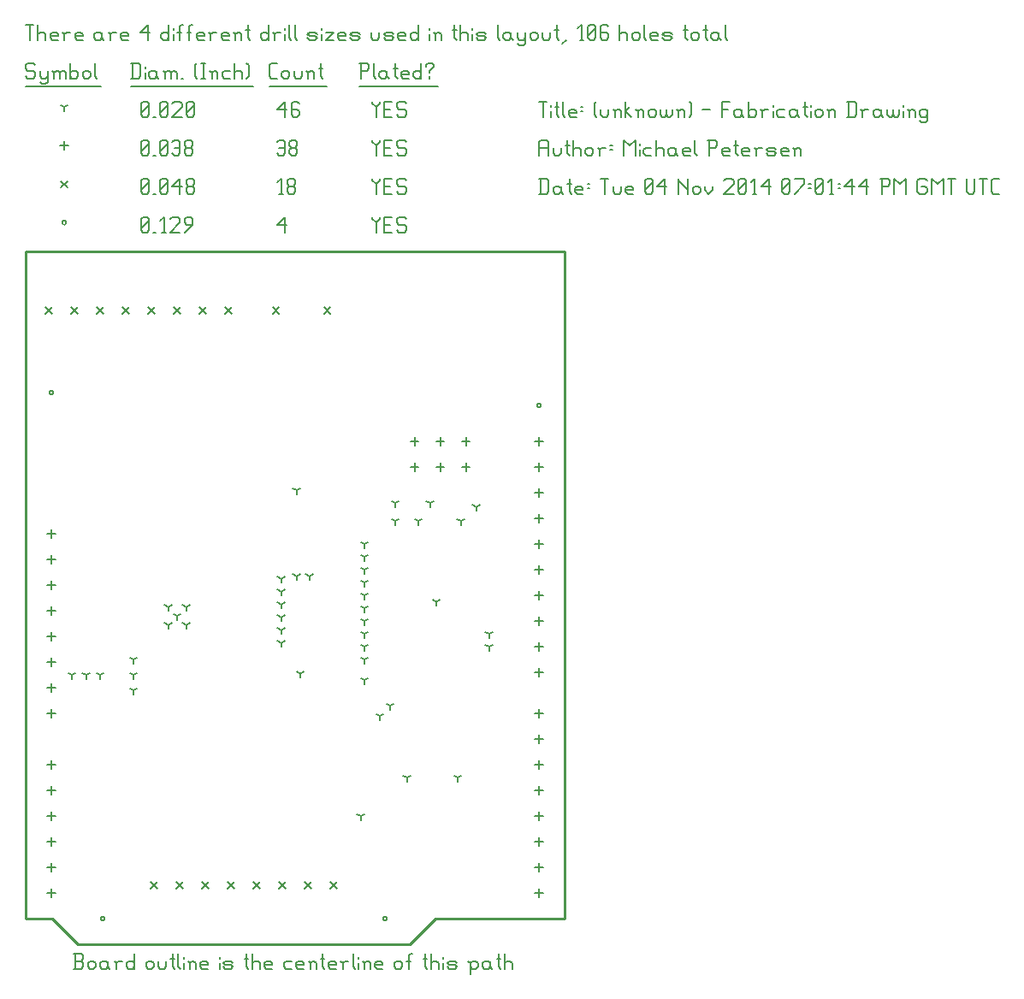
<source format=gbr>
G04 start of page 12 for group -3984 idx -3984 *
G04 Title: (unknown), fab *
G04 Creator: pcb 20110918 *
G04 CreationDate: Tue 04 Nov 2014 07:01:44 PM GMT UTC *
G04 For: railfan *
G04 Format: Gerber/RS-274X *
G04 PCB-Dimensions: 210000 270000 *
G04 PCB-Coordinate-Origin: lower left *
%MOIN*%
%FSLAX25Y25*%
%LNFAB*%
%ADD82C,0.0100*%
%ADD81C,0.0060*%
%ADD80R,0.0080X0.0080*%
G54D80*X139200Y10000D02*G75*G03X140800Y10000I800J0D01*G01*
G75*G03X139200Y10000I-800J0D01*G01*
X199200Y210000D02*G75*G03X200800Y210000I800J0D01*G01*
G75*G03X199200Y210000I-800J0D01*G01*
X9200Y215000D02*G75*G03X10800Y215000I800J0D01*G01*
G75*G03X9200Y215000I-800J0D01*G01*
X29200Y10000D02*G75*G03X30800Y10000I800J0D01*G01*
G75*G03X29200Y10000I-800J0D01*G01*
X14200Y281250D02*G75*G03X15800Y281250I800J0D01*G01*
G75*G03X14200Y281250I-800J0D01*G01*
G54D81*X135000Y283500D02*Y282750D01*
X136500Y281250D01*
X138000Y282750D01*
Y283500D02*Y282750D01*
X136500Y281250D02*Y277500D01*
X139800Y280500D02*X142050D01*
X139800Y277500D02*X142800D01*
X139800Y283500D02*Y277500D01*
Y283500D02*X142800D01*
X147600D02*X148350Y282750D01*
X145350Y283500D02*X147600D01*
X144600Y282750D02*X145350Y283500D01*
X144600Y282750D02*Y281250D01*
X145350Y280500D01*
X147600D01*
X148350Y279750D01*
Y278250D01*
X147600Y277500D02*X148350Y278250D01*
X145350Y277500D02*X147600D01*
X144600Y278250D02*X145350Y277500D01*
X98000Y280500D02*X101000Y283500D01*
X98000Y280500D02*X101750D01*
X101000Y283500D02*Y277500D01*
X45000Y278250D02*X45750Y277500D01*
X45000Y282750D02*Y278250D01*
Y282750D02*X45750Y283500D01*
X47250D01*
X48000Y282750D01*
Y278250D01*
X47250Y277500D02*X48000Y278250D01*
X45750Y277500D02*X47250D01*
X45000Y279000D02*X48000Y282000D01*
X49800Y277500D02*X50550D01*
X53100D02*X54600D01*
X53850Y283500D02*Y277500D01*
X52350Y282000D02*X53850Y283500D01*
X56400Y282750D02*X57150Y283500D01*
X59400D01*
X60150Y282750D01*
Y281250D01*
X56400Y277500D02*X60150Y281250D01*
X56400Y277500D02*X60150D01*
X61950D02*X64950Y280500D01*
Y282750D02*Y280500D01*
X64200Y283500D02*X64950Y282750D01*
X62700Y283500D02*X64200D01*
X61950Y282750D02*X62700Y283500D01*
X61950Y282750D02*Y281250D01*
X62700Y280500D01*
X64950D01*
X48800Y24200D02*X51200Y21800D01*
X48800D02*X51200Y24200D01*
X58800D02*X61200Y21800D01*
X58800D02*X61200Y24200D01*
X68800D02*X71200Y21800D01*
X68800D02*X71200Y24200D01*
X78800D02*X81200Y21800D01*
X78800D02*X81200Y24200D01*
X88800D02*X91200Y21800D01*
X88800D02*X91200Y24200D01*
X98800D02*X101200Y21800D01*
X98800D02*X101200Y24200D01*
X108800D02*X111200Y21800D01*
X108800D02*X111200Y24200D01*
X118800D02*X121200Y21800D01*
X118800D02*X121200Y24200D01*
X77800Y248200D02*X80200Y245800D01*
X77800D02*X80200Y248200D01*
X67800D02*X70200Y245800D01*
X67800D02*X70200Y248200D01*
X57800D02*X60200Y245800D01*
X57800D02*X60200Y248200D01*
X47800D02*X50200Y245800D01*
X47800D02*X50200Y248200D01*
X37800D02*X40200Y245800D01*
X37800D02*X40200Y248200D01*
X27800D02*X30200Y245800D01*
X27800D02*X30200Y248200D01*
X17800D02*X20200Y245800D01*
X17800D02*X20200Y248200D01*
X7800D02*X10200Y245800D01*
X7800D02*X10200Y248200D01*
X116300D02*X118700Y245800D01*
X116300D02*X118700Y248200D01*
X96300D02*X98700Y245800D01*
X96300D02*X98700Y248200D01*
X13800Y297450D02*X16200Y295050D01*
X13800D02*X16200Y297450D01*
X135000Y298500D02*Y297750D01*
X136500Y296250D01*
X138000Y297750D01*
Y298500D02*Y297750D01*
X136500Y296250D02*Y292500D01*
X139800Y295500D02*X142050D01*
X139800Y292500D02*X142800D01*
X139800Y298500D02*Y292500D01*
Y298500D02*X142800D01*
X147600D02*X148350Y297750D01*
X145350Y298500D02*X147600D01*
X144600Y297750D02*X145350Y298500D01*
X144600Y297750D02*Y296250D01*
X145350Y295500D01*
X147600D01*
X148350Y294750D01*
Y293250D01*
X147600Y292500D02*X148350Y293250D01*
X145350Y292500D02*X147600D01*
X144600Y293250D02*X145350Y292500D01*
X98750D02*X100250D01*
X99500Y298500D02*Y292500D01*
X98000Y297000D02*X99500Y298500D01*
X102050Y293250D02*X102800Y292500D01*
X102050Y294750D02*Y293250D01*
Y294750D02*X102800Y295500D01*
X104300D01*
X105050Y294750D01*
Y293250D01*
X104300Y292500D02*X105050Y293250D01*
X102800Y292500D02*X104300D01*
X102050Y296250D02*X102800Y295500D01*
X102050Y297750D02*Y296250D01*
Y297750D02*X102800Y298500D01*
X104300D01*
X105050Y297750D01*
Y296250D01*
X104300Y295500D02*X105050Y296250D01*
X45000Y293250D02*X45750Y292500D01*
X45000Y297750D02*Y293250D01*
Y297750D02*X45750Y298500D01*
X47250D01*
X48000Y297750D01*
Y293250D01*
X47250Y292500D02*X48000Y293250D01*
X45750Y292500D02*X47250D01*
X45000Y294000D02*X48000Y297000D01*
X49800Y292500D02*X50550D01*
X52350Y293250D02*X53100Y292500D01*
X52350Y297750D02*Y293250D01*
Y297750D02*X53100Y298500D01*
X54600D01*
X55350Y297750D01*
Y293250D01*
X54600Y292500D02*X55350Y293250D01*
X53100Y292500D02*X54600D01*
X52350Y294000D02*X55350Y297000D01*
X57150Y295500D02*X60150Y298500D01*
X57150Y295500D02*X60900D01*
X60150Y298500D02*Y292500D01*
X62700Y293250D02*X63450Y292500D01*
X62700Y294750D02*Y293250D01*
Y294750D02*X63450Y295500D01*
X64950D01*
X65700Y294750D01*
Y293250D01*
X64950Y292500D02*X65700Y293250D01*
X63450Y292500D02*X64950D01*
X62700Y296250D02*X63450Y295500D01*
X62700Y297750D02*Y296250D01*
Y297750D02*X63450Y298500D01*
X64950D01*
X65700Y297750D01*
Y296250D01*
X64950Y295500D02*X65700Y296250D01*
X10000Y161600D02*Y158400D01*
X8400Y160000D02*X11600D01*
X10000Y151600D02*Y148400D01*
X8400Y150000D02*X11600D01*
X10000Y141600D02*Y138400D01*
X8400Y140000D02*X11600D01*
X10000Y131600D02*Y128400D01*
X8400Y130000D02*X11600D01*
X10000Y121600D02*Y118400D01*
X8400Y120000D02*X11600D01*
X10000Y111600D02*Y108400D01*
X8400Y110000D02*X11600D01*
X10000Y101600D02*Y98400D01*
X8400Y100000D02*X11600D01*
X10000Y91600D02*Y88400D01*
X8400Y90000D02*X11600D01*
X10000Y71600D02*Y68400D01*
X8400Y70000D02*X11600D01*
X10000Y61600D02*Y58400D01*
X8400Y60000D02*X11600D01*
X10000Y51600D02*Y48400D01*
X8400Y50000D02*X11600D01*
X10000Y41600D02*Y38400D01*
X8400Y40000D02*X11600D01*
X10000Y31600D02*Y28400D01*
X8400Y30000D02*X11600D01*
X10000Y21600D02*Y18400D01*
X8400Y20000D02*X11600D01*
X200000Y21600D02*Y18400D01*
X198400Y20000D02*X201600D01*
X200000Y31600D02*Y28400D01*
X198400Y30000D02*X201600D01*
X200000Y41600D02*Y38400D01*
X198400Y40000D02*X201600D01*
X200000Y51600D02*Y48400D01*
X198400Y50000D02*X201600D01*
X200000Y61600D02*Y58400D01*
X198400Y60000D02*X201600D01*
X200000Y71600D02*Y68400D01*
X198400Y70000D02*X201600D01*
X200000Y81600D02*Y78400D01*
X198400Y80000D02*X201600D01*
X200000Y91600D02*Y88400D01*
X198400Y90000D02*X201600D01*
X200000Y107600D02*Y104400D01*
X198400Y106000D02*X201600D01*
X200000Y117600D02*Y114400D01*
X198400Y116000D02*X201600D01*
X200000Y127600D02*Y124400D01*
X198400Y126000D02*X201600D01*
X200000Y137600D02*Y134400D01*
X198400Y136000D02*X201600D01*
X200000Y147600D02*Y144400D01*
X198400Y146000D02*X201600D01*
X200000Y157600D02*Y154400D01*
X198400Y156000D02*X201600D01*
X200000Y167600D02*Y164400D01*
X198400Y166000D02*X201600D01*
X200000Y177600D02*Y174400D01*
X198400Y176000D02*X201600D01*
X200000Y187600D02*Y184400D01*
X198400Y186000D02*X201600D01*
X200000Y197600D02*Y194400D01*
X198400Y196000D02*X201600D01*
X151500Y187600D02*Y184400D01*
X149900Y186000D02*X153100D01*
X161500Y187600D02*Y184400D01*
X159900Y186000D02*X163100D01*
X171500Y187600D02*Y184400D01*
X169900Y186000D02*X173100D01*
X151500Y197600D02*Y194400D01*
X149900Y196000D02*X153100D01*
X161500Y197600D02*Y194400D01*
X159900Y196000D02*X163100D01*
X171500Y197600D02*Y194400D01*
X169900Y196000D02*X173100D01*
X15000Y312850D02*Y309650D01*
X13400Y311250D02*X16600D01*
X135000Y313500D02*Y312750D01*
X136500Y311250D01*
X138000Y312750D01*
Y313500D02*Y312750D01*
X136500Y311250D02*Y307500D01*
X139800Y310500D02*X142050D01*
X139800Y307500D02*X142800D01*
X139800Y313500D02*Y307500D01*
Y313500D02*X142800D01*
X147600D02*X148350Y312750D01*
X145350Y313500D02*X147600D01*
X144600Y312750D02*X145350Y313500D01*
X144600Y312750D02*Y311250D01*
X145350Y310500D01*
X147600D01*
X148350Y309750D01*
Y308250D01*
X147600Y307500D02*X148350Y308250D01*
X145350Y307500D02*X147600D01*
X144600Y308250D02*X145350Y307500D01*
X98000Y312750D02*X98750Y313500D01*
X100250D01*
X101000Y312750D01*
Y308250D01*
X100250Y307500D02*X101000Y308250D01*
X98750Y307500D02*X100250D01*
X98000Y308250D02*X98750Y307500D01*
Y310500D02*X101000D01*
X102800Y308250D02*X103550Y307500D01*
X102800Y309750D02*Y308250D01*
Y309750D02*X103550Y310500D01*
X105050D01*
X105800Y309750D01*
Y308250D01*
X105050Y307500D02*X105800Y308250D01*
X103550Y307500D02*X105050D01*
X102800Y311250D02*X103550Y310500D01*
X102800Y312750D02*Y311250D01*
Y312750D02*X103550Y313500D01*
X105050D01*
X105800Y312750D01*
Y311250D01*
X105050Y310500D02*X105800Y311250D01*
X45000Y308250D02*X45750Y307500D01*
X45000Y312750D02*Y308250D01*
Y312750D02*X45750Y313500D01*
X47250D01*
X48000Y312750D01*
Y308250D01*
X47250Y307500D02*X48000Y308250D01*
X45750Y307500D02*X47250D01*
X45000Y309000D02*X48000Y312000D01*
X49800Y307500D02*X50550D01*
X52350Y308250D02*X53100Y307500D01*
X52350Y312750D02*Y308250D01*
Y312750D02*X53100Y313500D01*
X54600D01*
X55350Y312750D01*
Y308250D01*
X54600Y307500D02*X55350Y308250D01*
X53100Y307500D02*X54600D01*
X52350Y309000D02*X55350Y312000D01*
X57150Y312750D02*X57900Y313500D01*
X59400D01*
X60150Y312750D01*
Y308250D01*
X59400Y307500D02*X60150Y308250D01*
X57900Y307500D02*X59400D01*
X57150Y308250D02*X57900Y307500D01*
Y310500D02*X60150D01*
X61950Y308250D02*X62700Y307500D01*
X61950Y309750D02*Y308250D01*
Y309750D02*X62700Y310500D01*
X64200D01*
X64950Y309750D01*
Y308250D01*
X64200Y307500D02*X64950Y308250D01*
X62700Y307500D02*X64200D01*
X61950Y311250D02*X62700Y310500D01*
X61950Y312750D02*Y311250D01*
Y312750D02*X62700Y313500D01*
X64200D01*
X64950Y312750D01*
Y311250D01*
X64200Y310500D02*X64950Y311250D01*
X169500Y165000D02*Y163400D01*
Y165000D02*X170887Y165800D01*
X169500Y165000D02*X168113Y165800D01*
X153000Y165000D02*Y163400D01*
Y165000D02*X154387Y165800D01*
X153000Y165000D02*X151613Y165800D01*
X132000Y103000D02*Y101400D01*
Y103000D02*X133387Y103800D01*
X132000Y103000D02*X130613Y103800D01*
X132000Y111000D02*Y109400D01*
Y111000D02*X133387Y111800D01*
X132000Y111000D02*X130613Y111800D01*
X132000Y116000D02*Y114400D01*
Y116000D02*X133387Y116800D01*
X132000Y116000D02*X130613Y116800D01*
X132000Y126000D02*Y124400D01*
Y126000D02*X133387Y126800D01*
X132000Y126000D02*X130613Y126800D01*
X132000Y131000D02*Y129400D01*
Y131000D02*X133387Y131800D01*
X132000Y131000D02*X130613Y131800D01*
X132000Y136000D02*Y134400D01*
Y136000D02*X133387Y136800D01*
X132000Y136000D02*X130613Y136800D01*
X132000Y141000D02*Y139400D01*
Y141000D02*X133387Y141800D01*
X132000Y141000D02*X130613Y141800D01*
X132000Y146000D02*Y144400D01*
Y146000D02*X133387Y146800D01*
X132000Y146000D02*X130613Y146800D01*
X132000Y151000D02*Y149400D01*
Y151000D02*X133387Y151800D01*
X132000Y151000D02*X130613Y151800D01*
X132000Y156000D02*Y154400D01*
Y156000D02*X133387Y156800D01*
X132000Y156000D02*X130613Y156800D01*
X105500Y143500D02*Y141900D01*
Y143500D02*X106887Y144300D01*
X105500Y143500D02*X104113Y144300D01*
X110500Y143500D02*Y141900D01*
Y143500D02*X111887Y144300D01*
X110500Y143500D02*X109113Y144300D01*
X107000Y105500D02*Y103900D01*
Y105500D02*X108387Y106300D01*
X107000Y105500D02*X105613Y106300D01*
X99500Y142500D02*Y140900D01*
Y142500D02*X100887Y143300D01*
X99500Y142500D02*X98113Y143300D01*
X99500Y137500D02*Y135900D01*
Y137500D02*X100887Y138300D01*
X99500Y137500D02*X98113Y138300D01*
X99500Y132500D02*Y130900D01*
Y132500D02*X100887Y133300D01*
X99500Y132500D02*X98113Y133300D01*
X99500Y127500D02*Y125900D01*
Y127500D02*X100887Y128300D01*
X99500Y127500D02*X98113Y128300D01*
X99500Y122500D02*Y120900D01*
Y122500D02*X100887Y123300D01*
X99500Y122500D02*X98113Y123300D01*
X99500Y117500D02*Y115900D01*
Y117500D02*X100887Y118300D01*
X99500Y117500D02*X98113Y118300D01*
X132000Y121000D02*Y119400D01*
Y121000D02*X133387Y121800D01*
X132000Y121000D02*X130613Y121800D01*
X157500Y172000D02*Y170400D01*
Y172000D02*X158887Y172800D01*
X157500Y172000D02*X156113Y172800D01*
X144000Y172000D02*Y170400D01*
Y172000D02*X145387Y172800D01*
X144000Y172000D02*X142613Y172800D01*
X144000Y165000D02*Y163400D01*
Y165000D02*X145387Y165800D01*
X144000Y165000D02*X142613Y165800D01*
X105500Y177000D02*Y175400D01*
Y177000D02*X106887Y177800D01*
X105500Y177000D02*X104113Y177800D01*
X42000Y111000D02*Y109400D01*
Y111000D02*X43387Y111800D01*
X42000Y111000D02*X40613Y111800D01*
X42000Y105000D02*Y103400D01*
Y105000D02*X43387Y105800D01*
X42000Y105000D02*X40613Y105800D01*
X42000Y99000D02*Y97400D01*
Y99000D02*X43387Y99800D01*
X42000Y99000D02*X40613Y99800D01*
X18000Y105000D02*Y103400D01*
Y105000D02*X19387Y105800D01*
X18000Y105000D02*X16613Y105800D01*
X23500Y105000D02*Y103400D01*
Y105000D02*X24887Y105800D01*
X23500Y105000D02*X22113Y105800D01*
X29000Y105000D02*Y103400D01*
Y105000D02*X30387Y105800D01*
X29000Y105000D02*X27613Y105800D01*
X62500Y124500D02*Y122900D01*
Y124500D02*X63887Y125300D01*
X62500Y124500D02*X61113Y125300D01*
X55500Y124500D02*Y122900D01*
Y124500D02*X56887Y125300D01*
X55500Y124500D02*X54113Y125300D01*
X59000Y128000D02*Y126400D01*
Y128000D02*X60387Y128800D01*
X59000Y128000D02*X57613Y128800D01*
X55500Y131500D02*Y129900D01*
Y131500D02*X56887Y132300D01*
X55500Y131500D02*X54113Y132300D01*
X62500Y131500D02*Y129900D01*
Y131500D02*X63887Y132300D01*
X62500Y131500D02*X61113Y132300D01*
X130500Y50000D02*Y48400D01*
Y50000D02*X131887Y50800D01*
X130500Y50000D02*X129113Y50800D01*
X148500Y65000D02*Y63400D01*
Y65000D02*X149887Y65800D01*
X148500Y65000D02*X147113Y65800D01*
X168414Y65000D02*Y63400D01*
Y65000D02*X169801Y65800D01*
X168414Y65000D02*X167027Y65800D01*
X138000Y89000D02*Y87400D01*
Y89000D02*X139387Y89800D01*
X138000Y89000D02*X136613Y89800D01*
X142000Y93000D02*Y91400D01*
Y93000D02*X143387Y93800D01*
X142000Y93000D02*X140613Y93800D01*
X160000Y133500D02*Y131900D01*
Y133500D02*X161387Y134300D01*
X160000Y133500D02*X158613Y134300D01*
X175500Y170500D02*Y168900D01*
Y170500D02*X176887Y171300D01*
X175500Y170500D02*X174113Y171300D01*
X180500Y116000D02*Y114400D01*
Y116000D02*X181887Y116800D01*
X180500Y116000D02*X179113Y116800D01*
X180500Y121000D02*Y119400D01*
Y121000D02*X181887Y121800D01*
X180500Y121000D02*X179113Y121800D01*
X15000Y326250D02*Y324650D01*
Y326250D02*X16387Y327050D01*
X15000Y326250D02*X13613Y327050D01*
X135000Y328500D02*Y327750D01*
X136500Y326250D01*
X138000Y327750D01*
Y328500D02*Y327750D01*
X136500Y326250D02*Y322500D01*
X139800Y325500D02*X142050D01*
X139800Y322500D02*X142800D01*
X139800Y328500D02*Y322500D01*
Y328500D02*X142800D01*
X147600D02*X148350Y327750D01*
X145350Y328500D02*X147600D01*
X144600Y327750D02*X145350Y328500D01*
X144600Y327750D02*Y326250D01*
X145350Y325500D01*
X147600D01*
X148350Y324750D01*
Y323250D01*
X147600Y322500D02*X148350Y323250D01*
X145350Y322500D02*X147600D01*
X144600Y323250D02*X145350Y322500D01*
X98000Y325500D02*X101000Y328500D01*
X98000Y325500D02*X101750D01*
X101000Y328500D02*Y322500D01*
X105800Y328500D02*X106550Y327750D01*
X104300Y328500D02*X105800D01*
X103550Y327750D02*X104300Y328500D01*
X103550Y327750D02*Y323250D01*
X104300Y322500D01*
X105800Y325500D02*X106550Y324750D01*
X103550Y325500D02*X105800D01*
X104300Y322500D02*X105800D01*
X106550Y323250D01*
Y324750D02*Y323250D01*
X45000D02*X45750Y322500D01*
X45000Y327750D02*Y323250D01*
Y327750D02*X45750Y328500D01*
X47250D01*
X48000Y327750D01*
Y323250D01*
X47250Y322500D02*X48000Y323250D01*
X45750Y322500D02*X47250D01*
X45000Y324000D02*X48000Y327000D01*
X49800Y322500D02*X50550D01*
X52350Y323250D02*X53100Y322500D01*
X52350Y327750D02*Y323250D01*
Y327750D02*X53100Y328500D01*
X54600D01*
X55350Y327750D01*
Y323250D01*
X54600Y322500D02*X55350Y323250D01*
X53100Y322500D02*X54600D01*
X52350Y324000D02*X55350Y327000D01*
X57150Y327750D02*X57900Y328500D01*
X60150D01*
X60900Y327750D01*
Y326250D01*
X57150Y322500D02*X60900Y326250D01*
X57150Y322500D02*X60900D01*
X62700Y323250D02*X63450Y322500D01*
X62700Y327750D02*Y323250D01*
Y327750D02*X63450Y328500D01*
X64950D01*
X65700Y327750D01*
Y323250D01*
X64950Y322500D02*X65700Y323250D01*
X63450Y322500D02*X64950D01*
X62700Y324000D02*X65700Y327000D01*
X3000Y343500D02*X3750Y342750D01*
X750Y343500D02*X3000D01*
X0Y342750D02*X750Y343500D01*
X0Y342750D02*Y341250D01*
X750Y340500D01*
X3000D01*
X3750Y339750D01*
Y338250D01*
X3000Y337500D02*X3750Y338250D01*
X750Y337500D02*X3000D01*
X0Y338250D02*X750Y337500D01*
X5550Y340500D02*Y338250D01*
X6300Y337500D01*
X8550Y340500D02*Y336000D01*
X7800Y335250D02*X8550Y336000D01*
X6300Y335250D02*X7800D01*
X5550Y336000D02*X6300Y335250D01*
Y337500D02*X7800D01*
X8550Y338250D01*
X11100Y339750D02*Y337500D01*
Y339750D02*X11850Y340500D01*
X12600D01*
X13350Y339750D01*
Y337500D01*
Y339750D02*X14100Y340500D01*
X14850D01*
X15600Y339750D01*
Y337500D01*
X10350Y340500D02*X11100Y339750D01*
X17400Y343500D02*Y337500D01*
Y338250D02*X18150Y337500D01*
X19650D01*
X20400Y338250D01*
Y339750D02*Y338250D01*
X19650Y340500D02*X20400Y339750D01*
X18150Y340500D02*X19650D01*
X17400Y339750D02*X18150Y340500D01*
X22200Y339750D02*Y338250D01*
Y339750D02*X22950Y340500D01*
X24450D01*
X25200Y339750D01*
Y338250D01*
X24450Y337500D02*X25200Y338250D01*
X22950Y337500D02*X24450D01*
X22200Y338250D02*X22950Y337500D01*
X27000Y343500D02*Y338250D01*
X27750Y337500D01*
X0Y334250D02*X29250D01*
X41750Y343500D02*Y337500D01*
X44000Y343500D02*X44750Y342750D01*
Y338250D01*
X44000Y337500D02*X44750Y338250D01*
X41000Y337500D02*X44000D01*
X41000Y343500D02*X44000D01*
X46550Y342000D02*Y341250D01*
Y339750D02*Y337500D01*
X50300Y340500D02*X51050Y339750D01*
X48800Y340500D02*X50300D01*
X48050Y339750D02*X48800Y340500D01*
X48050Y339750D02*Y338250D01*
X48800Y337500D01*
X51050Y340500D02*Y338250D01*
X51800Y337500D01*
X48800D02*X50300D01*
X51050Y338250D01*
X54350Y339750D02*Y337500D01*
Y339750D02*X55100Y340500D01*
X55850D01*
X56600Y339750D01*
Y337500D01*
Y339750D02*X57350Y340500D01*
X58100D01*
X58850Y339750D01*
Y337500D01*
X53600Y340500D02*X54350Y339750D01*
X60650Y337500D02*X61400D01*
X65900Y338250D02*X66650Y337500D01*
X65900Y342750D02*X66650Y343500D01*
X65900Y342750D02*Y338250D01*
X68450Y343500D02*X69950D01*
X69200D02*Y337500D01*
X68450D02*X69950D01*
X72500Y339750D02*Y337500D01*
Y339750D02*X73250Y340500D01*
X74000D01*
X74750Y339750D01*
Y337500D01*
X71750Y340500D02*X72500Y339750D01*
X77300Y340500D02*X79550D01*
X76550Y339750D02*X77300Y340500D01*
X76550Y339750D02*Y338250D01*
X77300Y337500D01*
X79550D01*
X81350Y343500D02*Y337500D01*
Y339750D02*X82100Y340500D01*
X83600D01*
X84350Y339750D01*
Y337500D01*
X86150Y343500D02*X86900Y342750D01*
Y338250D01*
X86150Y337500D02*X86900Y338250D01*
X41000Y334250D02*X88700D01*
X95750Y337500D02*X98000D01*
X95000Y338250D02*X95750Y337500D01*
X95000Y342750D02*Y338250D01*
Y342750D02*X95750Y343500D01*
X98000D01*
X99800Y339750D02*Y338250D01*
Y339750D02*X100550Y340500D01*
X102050D01*
X102800Y339750D01*
Y338250D01*
X102050Y337500D02*X102800Y338250D01*
X100550Y337500D02*X102050D01*
X99800Y338250D02*X100550Y337500D01*
X104600Y340500D02*Y338250D01*
X105350Y337500D01*
X106850D01*
X107600Y338250D01*
Y340500D02*Y338250D01*
X110150Y339750D02*Y337500D01*
Y339750D02*X110900Y340500D01*
X111650D01*
X112400Y339750D01*
Y337500D01*
X109400Y340500D02*X110150Y339750D01*
X114950Y343500D02*Y338250D01*
X115700Y337500D01*
X114200Y341250D02*X115700D01*
X95000Y334250D02*X117200D01*
X130750Y343500D02*Y337500D01*
X130000Y343500D02*X133000D01*
X133750Y342750D01*
Y341250D01*
X133000Y340500D02*X133750Y341250D01*
X130750Y340500D02*X133000D01*
X135550Y343500D02*Y338250D01*
X136300Y337500D01*
X140050Y340500D02*X140800Y339750D01*
X138550Y340500D02*X140050D01*
X137800Y339750D02*X138550Y340500D01*
X137800Y339750D02*Y338250D01*
X138550Y337500D01*
X140800Y340500D02*Y338250D01*
X141550Y337500D01*
X138550D02*X140050D01*
X140800Y338250D01*
X144100Y343500D02*Y338250D01*
X144850Y337500D01*
X143350Y341250D02*X144850D01*
X147100Y337500D02*X149350D01*
X146350Y338250D02*X147100Y337500D01*
X146350Y339750D02*Y338250D01*
Y339750D02*X147100Y340500D01*
X148600D01*
X149350Y339750D01*
X146350Y339000D02*X149350D01*
Y339750D02*Y339000D01*
X154150Y343500D02*Y337500D01*
X153400D02*X154150Y338250D01*
X151900Y337500D02*X153400D01*
X151150Y338250D02*X151900Y337500D01*
X151150Y339750D02*Y338250D01*
Y339750D02*X151900Y340500D01*
X153400D01*
X154150Y339750D01*
X157450Y340500D02*Y339750D01*
Y338250D02*Y337500D01*
X155950Y342750D02*Y342000D01*
Y342750D02*X156700Y343500D01*
X158200D01*
X158950Y342750D01*
Y342000D01*
X157450Y340500D02*X158950Y342000D01*
X130000Y334250D02*X160750D01*
X0Y358500D02*X3000D01*
X1500D02*Y352500D01*
X4800Y358500D02*Y352500D01*
Y354750D02*X5550Y355500D01*
X7050D01*
X7800Y354750D01*
Y352500D01*
X10350D02*X12600D01*
X9600Y353250D02*X10350Y352500D01*
X9600Y354750D02*Y353250D01*
Y354750D02*X10350Y355500D01*
X11850D01*
X12600Y354750D01*
X9600Y354000D02*X12600D01*
Y354750D02*Y354000D01*
X15150Y354750D02*Y352500D01*
Y354750D02*X15900Y355500D01*
X17400D01*
X14400D02*X15150Y354750D01*
X19950Y352500D02*X22200D01*
X19200Y353250D02*X19950Y352500D01*
X19200Y354750D02*Y353250D01*
Y354750D02*X19950Y355500D01*
X21450D01*
X22200Y354750D01*
X19200Y354000D02*X22200D01*
Y354750D02*Y354000D01*
X28950Y355500D02*X29700Y354750D01*
X27450Y355500D02*X28950D01*
X26700Y354750D02*X27450Y355500D01*
X26700Y354750D02*Y353250D01*
X27450Y352500D01*
X29700Y355500D02*Y353250D01*
X30450Y352500D01*
X27450D02*X28950D01*
X29700Y353250D01*
X33000Y354750D02*Y352500D01*
Y354750D02*X33750Y355500D01*
X35250D01*
X32250D02*X33000Y354750D01*
X37800Y352500D02*X40050D01*
X37050Y353250D02*X37800Y352500D01*
X37050Y354750D02*Y353250D01*
Y354750D02*X37800Y355500D01*
X39300D01*
X40050Y354750D01*
X37050Y354000D02*X40050D01*
Y354750D02*Y354000D01*
X44550Y355500D02*X47550Y358500D01*
X44550Y355500D02*X48300D01*
X47550Y358500D02*Y352500D01*
X55800Y358500D02*Y352500D01*
X55050D02*X55800Y353250D01*
X53550Y352500D02*X55050D01*
X52800Y353250D02*X53550Y352500D01*
X52800Y354750D02*Y353250D01*
Y354750D02*X53550Y355500D01*
X55050D01*
X55800Y354750D01*
X57600Y357000D02*Y356250D01*
Y354750D02*Y352500D01*
X59850Y357750D02*Y352500D01*
Y357750D02*X60600Y358500D01*
X61350D01*
X59100Y355500D02*X60600D01*
X63600Y357750D02*Y352500D01*
Y357750D02*X64350Y358500D01*
X65100D01*
X62850Y355500D02*X64350D01*
X67350Y352500D02*X69600D01*
X66600Y353250D02*X67350Y352500D01*
X66600Y354750D02*Y353250D01*
Y354750D02*X67350Y355500D01*
X68850D01*
X69600Y354750D01*
X66600Y354000D02*X69600D01*
Y354750D02*Y354000D01*
X72150Y354750D02*Y352500D01*
Y354750D02*X72900Y355500D01*
X74400D01*
X71400D02*X72150Y354750D01*
X76950Y352500D02*X79200D01*
X76200Y353250D02*X76950Y352500D01*
X76200Y354750D02*Y353250D01*
Y354750D02*X76950Y355500D01*
X78450D01*
X79200Y354750D01*
X76200Y354000D02*X79200D01*
Y354750D02*Y354000D01*
X81750Y354750D02*Y352500D01*
Y354750D02*X82500Y355500D01*
X83250D01*
X84000Y354750D01*
Y352500D01*
X81000Y355500D02*X81750Y354750D01*
X86550Y358500D02*Y353250D01*
X87300Y352500D01*
X85800Y356250D02*X87300D01*
X94500Y358500D02*Y352500D01*
X93750D02*X94500Y353250D01*
X92250Y352500D02*X93750D01*
X91500Y353250D02*X92250Y352500D01*
X91500Y354750D02*Y353250D01*
Y354750D02*X92250Y355500D01*
X93750D01*
X94500Y354750D01*
X97050D02*Y352500D01*
Y354750D02*X97800Y355500D01*
X99300D01*
X96300D02*X97050Y354750D01*
X101100Y357000D02*Y356250D01*
Y354750D02*Y352500D01*
X102600Y358500D02*Y353250D01*
X103350Y352500D01*
X104850Y358500D02*Y353250D01*
X105600Y352500D01*
X110550D02*X112800D01*
X113550Y353250D01*
X112800Y354000D02*X113550Y353250D01*
X110550Y354000D02*X112800D01*
X109800Y354750D02*X110550Y354000D01*
X109800Y354750D02*X110550Y355500D01*
X112800D01*
X113550Y354750D01*
X109800Y353250D02*X110550Y352500D01*
X115350Y357000D02*Y356250D01*
Y354750D02*Y352500D01*
X116850Y355500D02*X119850D01*
X116850Y352500D02*X119850Y355500D01*
X116850Y352500D02*X119850D01*
X122400D02*X124650D01*
X121650Y353250D02*X122400Y352500D01*
X121650Y354750D02*Y353250D01*
Y354750D02*X122400Y355500D01*
X123900D01*
X124650Y354750D01*
X121650Y354000D02*X124650D01*
Y354750D02*Y354000D01*
X127200Y352500D02*X129450D01*
X130200Y353250D01*
X129450Y354000D02*X130200Y353250D01*
X127200Y354000D02*X129450D01*
X126450Y354750D02*X127200Y354000D01*
X126450Y354750D02*X127200Y355500D01*
X129450D01*
X130200Y354750D01*
X126450Y353250D02*X127200Y352500D01*
X134700Y355500D02*Y353250D01*
X135450Y352500D01*
X136950D01*
X137700Y353250D01*
Y355500D02*Y353250D01*
X140250Y352500D02*X142500D01*
X143250Y353250D01*
X142500Y354000D02*X143250Y353250D01*
X140250Y354000D02*X142500D01*
X139500Y354750D02*X140250Y354000D01*
X139500Y354750D02*X140250Y355500D01*
X142500D01*
X143250Y354750D01*
X139500Y353250D02*X140250Y352500D01*
X145800D02*X148050D01*
X145050Y353250D02*X145800Y352500D01*
X145050Y354750D02*Y353250D01*
Y354750D02*X145800Y355500D01*
X147300D01*
X148050Y354750D01*
X145050Y354000D02*X148050D01*
Y354750D02*Y354000D01*
X152850Y358500D02*Y352500D01*
X152100D02*X152850Y353250D01*
X150600Y352500D02*X152100D01*
X149850Y353250D02*X150600Y352500D01*
X149850Y354750D02*Y353250D01*
Y354750D02*X150600Y355500D01*
X152100D01*
X152850Y354750D01*
X157350Y357000D02*Y356250D01*
Y354750D02*Y352500D01*
X159600Y354750D02*Y352500D01*
Y354750D02*X160350Y355500D01*
X161100D01*
X161850Y354750D01*
Y352500D01*
X158850Y355500D02*X159600Y354750D01*
X167100Y358500D02*Y353250D01*
X167850Y352500D01*
X166350Y356250D02*X167850D01*
X169350Y358500D02*Y352500D01*
Y354750D02*X170100Y355500D01*
X171600D01*
X172350Y354750D01*
Y352500D01*
X174150Y357000D02*Y356250D01*
Y354750D02*Y352500D01*
X176400D02*X178650D01*
X179400Y353250D01*
X178650Y354000D02*X179400Y353250D01*
X176400Y354000D02*X178650D01*
X175650Y354750D02*X176400Y354000D01*
X175650Y354750D02*X176400Y355500D01*
X178650D01*
X179400Y354750D01*
X175650Y353250D02*X176400Y352500D01*
X183900Y358500D02*Y353250D01*
X184650Y352500D01*
X188400Y355500D02*X189150Y354750D01*
X186900Y355500D02*X188400D01*
X186150Y354750D02*X186900Y355500D01*
X186150Y354750D02*Y353250D01*
X186900Y352500D01*
X189150Y355500D02*Y353250D01*
X189900Y352500D01*
X186900D02*X188400D01*
X189150Y353250D01*
X191700Y355500D02*Y353250D01*
X192450Y352500D01*
X194700Y355500D02*Y351000D01*
X193950Y350250D02*X194700Y351000D01*
X192450Y350250D02*X193950D01*
X191700Y351000D02*X192450Y350250D01*
Y352500D02*X193950D01*
X194700Y353250D01*
X196500Y354750D02*Y353250D01*
Y354750D02*X197250Y355500D01*
X198750D01*
X199500Y354750D01*
Y353250D01*
X198750Y352500D02*X199500Y353250D01*
X197250Y352500D02*X198750D01*
X196500Y353250D02*X197250Y352500D01*
X201300Y355500D02*Y353250D01*
X202050Y352500D01*
X203550D01*
X204300Y353250D01*
Y355500D02*Y353250D01*
X206850Y358500D02*Y353250D01*
X207600Y352500D01*
X206100Y356250D02*X207600D01*
X209100Y351000D02*X210600Y352500D01*
X215850D02*X217350D01*
X216600Y358500D02*Y352500D01*
X215100Y357000D02*X216600Y358500D01*
X219150Y353250D02*X219900Y352500D01*
X219150Y357750D02*Y353250D01*
Y357750D02*X219900Y358500D01*
X221400D01*
X222150Y357750D01*
Y353250D01*
X221400Y352500D02*X222150Y353250D01*
X219900Y352500D02*X221400D01*
X219150Y354000D02*X222150Y357000D01*
X226200Y358500D02*X226950Y357750D01*
X224700Y358500D02*X226200D01*
X223950Y357750D02*X224700Y358500D01*
X223950Y357750D02*Y353250D01*
X224700Y352500D01*
X226200Y355500D02*X226950Y354750D01*
X223950Y355500D02*X226200D01*
X224700Y352500D02*X226200D01*
X226950Y353250D01*
Y354750D02*Y353250D01*
X231450Y358500D02*Y352500D01*
Y354750D02*X232200Y355500D01*
X233700D01*
X234450Y354750D01*
Y352500D01*
X236250Y354750D02*Y353250D01*
Y354750D02*X237000Y355500D01*
X238500D01*
X239250Y354750D01*
Y353250D01*
X238500Y352500D02*X239250Y353250D01*
X237000Y352500D02*X238500D01*
X236250Y353250D02*X237000Y352500D01*
X241050Y358500D02*Y353250D01*
X241800Y352500D01*
X244050D02*X246300D01*
X243300Y353250D02*X244050Y352500D01*
X243300Y354750D02*Y353250D01*
Y354750D02*X244050Y355500D01*
X245550D01*
X246300Y354750D01*
X243300Y354000D02*X246300D01*
Y354750D02*Y354000D01*
X248850Y352500D02*X251100D01*
X251850Y353250D01*
X251100Y354000D02*X251850Y353250D01*
X248850Y354000D02*X251100D01*
X248100Y354750D02*X248850Y354000D01*
X248100Y354750D02*X248850Y355500D01*
X251100D01*
X251850Y354750D01*
X248100Y353250D02*X248850Y352500D01*
X257100Y358500D02*Y353250D01*
X257850Y352500D01*
X256350Y356250D02*X257850D01*
X259350Y354750D02*Y353250D01*
Y354750D02*X260100Y355500D01*
X261600D01*
X262350Y354750D01*
Y353250D01*
X261600Y352500D02*X262350Y353250D01*
X260100Y352500D02*X261600D01*
X259350Y353250D02*X260100Y352500D01*
X264900Y358500D02*Y353250D01*
X265650Y352500D01*
X264150Y356250D02*X265650D01*
X269400Y355500D02*X270150Y354750D01*
X267900Y355500D02*X269400D01*
X267150Y354750D02*X267900Y355500D01*
X267150Y354750D02*Y353250D01*
X267900Y352500D01*
X270150Y355500D02*Y353250D01*
X270900Y352500D01*
X267900D02*X269400D01*
X270150Y353250D01*
X272700Y358500D02*Y353250D01*
X273450Y352500D01*
G54D82*X0Y270000D02*Y10000D01*
X210000D02*Y270000D01*
X0D01*
Y10000D02*X10300D01*
X20300Y0D01*
X149700D01*
X159700Y10000D01*
X210000D01*
G54D81*X18675Y-9500D02*X21675D01*
X22425Y-8750D01*
Y-7250D02*Y-8750D01*
X21675Y-6500D02*X22425Y-7250D01*
X19425Y-6500D02*X21675D01*
X19425Y-3500D02*Y-9500D01*
X18675Y-3500D02*X21675D01*
X22425Y-4250D01*
Y-5750D01*
X21675Y-6500D02*X22425Y-5750D01*
X24225Y-7250D02*Y-8750D01*
Y-7250D02*X24975Y-6500D01*
X26475D01*
X27225Y-7250D01*
Y-8750D01*
X26475Y-9500D02*X27225Y-8750D01*
X24975Y-9500D02*X26475D01*
X24225Y-8750D02*X24975Y-9500D01*
X31275Y-6500D02*X32025Y-7250D01*
X29775Y-6500D02*X31275D01*
X29025Y-7250D02*X29775Y-6500D01*
X29025Y-7250D02*Y-8750D01*
X29775Y-9500D01*
X32025Y-6500D02*Y-8750D01*
X32775Y-9500D01*
X29775D02*X31275D01*
X32025Y-8750D01*
X35325Y-7250D02*Y-9500D01*
Y-7250D02*X36075Y-6500D01*
X37575D01*
X34575D02*X35325Y-7250D01*
X42375Y-3500D02*Y-9500D01*
X41625D02*X42375Y-8750D01*
X40125Y-9500D02*X41625D01*
X39375Y-8750D02*X40125Y-9500D01*
X39375Y-7250D02*Y-8750D01*
Y-7250D02*X40125Y-6500D01*
X41625D01*
X42375Y-7250D01*
X46875D02*Y-8750D01*
Y-7250D02*X47625Y-6500D01*
X49125D01*
X49875Y-7250D01*
Y-8750D01*
X49125Y-9500D02*X49875Y-8750D01*
X47625Y-9500D02*X49125D01*
X46875Y-8750D02*X47625Y-9500D01*
X51675Y-6500D02*Y-8750D01*
X52425Y-9500D01*
X53925D01*
X54675Y-8750D01*
Y-6500D02*Y-8750D01*
X57225Y-3500D02*Y-8750D01*
X57975Y-9500D01*
X56475Y-5750D02*X57975D01*
X59475Y-3500D02*Y-8750D01*
X60225Y-9500D01*
X61725Y-5000D02*Y-5750D01*
Y-7250D02*Y-9500D01*
X63975Y-7250D02*Y-9500D01*
Y-7250D02*X64725Y-6500D01*
X65475D01*
X66225Y-7250D01*
Y-9500D01*
X63225Y-6500D02*X63975Y-7250D01*
X68775Y-9500D02*X71025D01*
X68025Y-8750D02*X68775Y-9500D01*
X68025Y-7250D02*Y-8750D01*
Y-7250D02*X68775Y-6500D01*
X70275D01*
X71025Y-7250D01*
X68025Y-8000D02*X71025D01*
Y-7250D02*Y-8000D01*
X75525Y-5000D02*Y-5750D01*
Y-7250D02*Y-9500D01*
X77775D02*X80025D01*
X80775Y-8750D01*
X80025Y-8000D02*X80775Y-8750D01*
X77775Y-8000D02*X80025D01*
X77025Y-7250D02*X77775Y-8000D01*
X77025Y-7250D02*X77775Y-6500D01*
X80025D01*
X80775Y-7250D01*
X77025Y-8750D02*X77775Y-9500D01*
X86025Y-3500D02*Y-8750D01*
X86775Y-9500D01*
X85275Y-5750D02*X86775D01*
X88275Y-3500D02*Y-9500D01*
Y-7250D02*X89025Y-6500D01*
X90525D01*
X91275Y-7250D01*
Y-9500D01*
X93825D02*X96075D01*
X93075Y-8750D02*X93825Y-9500D01*
X93075Y-7250D02*Y-8750D01*
Y-7250D02*X93825Y-6500D01*
X95325D01*
X96075Y-7250D01*
X93075Y-8000D02*X96075D01*
Y-7250D02*Y-8000D01*
X101325Y-6500D02*X103575D01*
X100575Y-7250D02*X101325Y-6500D01*
X100575Y-7250D02*Y-8750D01*
X101325Y-9500D01*
X103575D01*
X106125D02*X108375D01*
X105375Y-8750D02*X106125Y-9500D01*
X105375Y-7250D02*Y-8750D01*
Y-7250D02*X106125Y-6500D01*
X107625D01*
X108375Y-7250D01*
X105375Y-8000D02*X108375D01*
Y-7250D02*Y-8000D01*
X110925Y-7250D02*Y-9500D01*
Y-7250D02*X111675Y-6500D01*
X112425D01*
X113175Y-7250D01*
Y-9500D01*
X110175Y-6500D02*X110925Y-7250D01*
X115725Y-3500D02*Y-8750D01*
X116475Y-9500D01*
X114975Y-5750D02*X116475D01*
X118725Y-9500D02*X120975D01*
X117975Y-8750D02*X118725Y-9500D01*
X117975Y-7250D02*Y-8750D01*
Y-7250D02*X118725Y-6500D01*
X120225D01*
X120975Y-7250D01*
X117975Y-8000D02*X120975D01*
Y-7250D02*Y-8000D01*
X123525Y-7250D02*Y-9500D01*
Y-7250D02*X124275Y-6500D01*
X125775D01*
X122775D02*X123525Y-7250D01*
X127575Y-3500D02*Y-8750D01*
X128325Y-9500D01*
X129825Y-5000D02*Y-5750D01*
Y-7250D02*Y-9500D01*
X132075Y-7250D02*Y-9500D01*
Y-7250D02*X132825Y-6500D01*
X133575D01*
X134325Y-7250D01*
Y-9500D01*
X131325Y-6500D02*X132075Y-7250D01*
X136875Y-9500D02*X139125D01*
X136125Y-8750D02*X136875Y-9500D01*
X136125Y-7250D02*Y-8750D01*
Y-7250D02*X136875Y-6500D01*
X138375D01*
X139125Y-7250D01*
X136125Y-8000D02*X139125D01*
Y-7250D02*Y-8000D01*
X143625Y-7250D02*Y-8750D01*
Y-7250D02*X144375Y-6500D01*
X145875D01*
X146625Y-7250D01*
Y-8750D01*
X145875Y-9500D02*X146625Y-8750D01*
X144375Y-9500D02*X145875D01*
X143625Y-8750D02*X144375Y-9500D01*
X149175Y-4250D02*Y-9500D01*
Y-4250D02*X149925Y-3500D01*
X150675D01*
X148425Y-6500D02*X149925D01*
X155625Y-3500D02*Y-8750D01*
X156375Y-9500D01*
X154875Y-5750D02*X156375D01*
X157875Y-3500D02*Y-9500D01*
Y-7250D02*X158625Y-6500D01*
X160125D01*
X160875Y-7250D01*
Y-9500D01*
X162675Y-5000D02*Y-5750D01*
Y-7250D02*Y-9500D01*
X164925D02*X167175D01*
X167925Y-8750D01*
X167175Y-8000D02*X167925Y-8750D01*
X164925Y-8000D02*X167175D01*
X164175Y-7250D02*X164925Y-8000D01*
X164175Y-7250D02*X164925Y-6500D01*
X167175D01*
X167925Y-7250D01*
X164175Y-8750D02*X164925Y-9500D01*
X173175Y-7250D02*Y-11750D01*
X172425Y-6500D02*X173175Y-7250D01*
X173925Y-6500D01*
X175425D01*
X176175Y-7250D01*
Y-8750D01*
X175425Y-9500D02*X176175Y-8750D01*
X173925Y-9500D02*X175425D01*
X173175Y-8750D02*X173925Y-9500D01*
X180225Y-6500D02*X180975Y-7250D01*
X178725Y-6500D02*X180225D01*
X177975Y-7250D02*X178725Y-6500D01*
X177975Y-7250D02*Y-8750D01*
X178725Y-9500D01*
X180975Y-6500D02*Y-8750D01*
X181725Y-9500D01*
X178725D02*X180225D01*
X180975Y-8750D01*
X184275Y-3500D02*Y-8750D01*
X185025Y-9500D01*
X183525Y-5750D02*X185025D01*
X186525Y-3500D02*Y-9500D01*
Y-7250D02*X187275Y-6500D01*
X188775D01*
X189525Y-7250D01*
Y-9500D01*
X200750Y298500D02*Y292500D01*
X203000Y298500D02*X203750Y297750D01*
Y293250D01*
X203000Y292500D02*X203750Y293250D01*
X200000Y292500D02*X203000D01*
X200000Y298500D02*X203000D01*
X207800Y295500D02*X208550Y294750D01*
X206300Y295500D02*X207800D01*
X205550Y294750D02*X206300Y295500D01*
X205550Y294750D02*Y293250D01*
X206300Y292500D01*
X208550Y295500D02*Y293250D01*
X209300Y292500D01*
X206300D02*X207800D01*
X208550Y293250D01*
X211850Y298500D02*Y293250D01*
X212600Y292500D01*
X211100Y296250D02*X212600D01*
X214850Y292500D02*X217100D01*
X214100Y293250D02*X214850Y292500D01*
X214100Y294750D02*Y293250D01*
Y294750D02*X214850Y295500D01*
X216350D01*
X217100Y294750D01*
X214100Y294000D02*X217100D01*
Y294750D02*Y294000D01*
X218900Y296250D02*X219650D01*
X218900Y294750D02*X219650D01*
X224150Y298500D02*X227150D01*
X225650D02*Y292500D01*
X228950Y295500D02*Y293250D01*
X229700Y292500D01*
X231200D01*
X231950Y293250D01*
Y295500D02*Y293250D01*
X234500Y292500D02*X236750D01*
X233750Y293250D02*X234500Y292500D01*
X233750Y294750D02*Y293250D01*
Y294750D02*X234500Y295500D01*
X236000D01*
X236750Y294750D01*
X233750Y294000D02*X236750D01*
Y294750D02*Y294000D01*
X241250Y293250D02*X242000Y292500D01*
X241250Y297750D02*Y293250D01*
Y297750D02*X242000Y298500D01*
X243500D01*
X244250Y297750D01*
Y293250D01*
X243500Y292500D02*X244250Y293250D01*
X242000Y292500D02*X243500D01*
X241250Y294000D02*X244250Y297000D01*
X246050Y295500D02*X249050Y298500D01*
X246050Y295500D02*X249800D01*
X249050Y298500D02*Y292500D01*
X254300Y298500D02*Y292500D01*
Y298500D02*Y297750D01*
X258050Y294000D01*
Y298500D02*Y292500D01*
X259850Y294750D02*Y293250D01*
Y294750D02*X260600Y295500D01*
X262100D01*
X262850Y294750D01*
Y293250D01*
X262100Y292500D02*X262850Y293250D01*
X260600Y292500D02*X262100D01*
X259850Y293250D02*X260600Y292500D01*
X264650Y295500D02*Y294000D01*
X266150Y292500D01*
X267650Y294000D01*
Y295500D02*Y294000D01*
X272150Y297750D02*X272900Y298500D01*
X275150D01*
X275900Y297750D01*
Y296250D01*
X272150Y292500D02*X275900Y296250D01*
X272150Y292500D02*X275900D01*
X277700Y293250D02*X278450Y292500D01*
X277700Y297750D02*Y293250D01*
Y297750D02*X278450Y298500D01*
X279950D01*
X280700Y297750D01*
Y293250D01*
X279950Y292500D02*X280700Y293250D01*
X278450Y292500D02*X279950D01*
X277700Y294000D02*X280700Y297000D01*
X283250Y292500D02*X284750D01*
X284000Y298500D02*Y292500D01*
X282500Y297000D02*X284000Y298500D01*
X286550Y295500D02*X289550Y298500D01*
X286550Y295500D02*X290300D01*
X289550Y298500D02*Y292500D01*
X294800Y293250D02*X295550Y292500D01*
X294800Y297750D02*Y293250D01*
Y297750D02*X295550Y298500D01*
X297050D01*
X297800Y297750D01*
Y293250D01*
X297050Y292500D02*X297800Y293250D01*
X295550Y292500D02*X297050D01*
X294800Y294000D02*X297800Y297000D01*
X299600Y292500D02*X303350Y296250D01*
Y298500D02*Y296250D01*
X299600Y298500D02*X303350D01*
X305150Y296250D02*X305900D01*
X305150Y294750D02*X305900D01*
X307700Y293250D02*X308450Y292500D01*
X307700Y297750D02*Y293250D01*
Y297750D02*X308450Y298500D01*
X309950D01*
X310700Y297750D01*
Y293250D01*
X309950Y292500D02*X310700Y293250D01*
X308450Y292500D02*X309950D01*
X307700Y294000D02*X310700Y297000D01*
X313250Y292500D02*X314750D01*
X314000Y298500D02*Y292500D01*
X312500Y297000D02*X314000Y298500D01*
X316550Y296250D02*X317300D01*
X316550Y294750D02*X317300D01*
X319100Y295500D02*X322100Y298500D01*
X319100Y295500D02*X322850D01*
X322100Y298500D02*Y292500D01*
X324650Y295500D02*X327650Y298500D01*
X324650Y295500D02*X328400D01*
X327650Y298500D02*Y292500D01*
X333650Y298500D02*Y292500D01*
X332900Y298500D02*X335900D01*
X336650Y297750D01*
Y296250D01*
X335900Y295500D02*X336650Y296250D01*
X333650Y295500D02*X335900D01*
X338450Y298500D02*Y292500D01*
Y298500D02*X340700Y296250D01*
X342950Y298500D01*
Y292500D01*
X350450Y298500D02*X351200Y297750D01*
X348200Y298500D02*X350450D01*
X347450Y297750D02*X348200Y298500D01*
X347450Y297750D02*Y293250D01*
X348200Y292500D01*
X350450D01*
X351200Y293250D01*
Y294750D02*Y293250D01*
X350450Y295500D02*X351200Y294750D01*
X348950Y295500D02*X350450D01*
X353000Y298500D02*Y292500D01*
Y298500D02*X355250Y296250D01*
X357500Y298500D01*
Y292500D01*
X359300Y298500D02*X362300D01*
X360800D02*Y292500D01*
X366800Y298500D02*Y293250D01*
X367550Y292500D01*
X369050D01*
X369800Y293250D01*
Y298500D02*Y293250D01*
X371600Y298500D02*X374600D01*
X373100D02*Y292500D01*
X377150D02*X379400D01*
X376400Y293250D02*X377150Y292500D01*
X376400Y297750D02*Y293250D01*
Y297750D02*X377150Y298500D01*
X379400D01*
X200000Y312750D02*Y307500D01*
Y312750D02*X200750Y313500D01*
X203000D01*
X203750Y312750D01*
Y307500D01*
X200000Y310500D02*X203750D01*
X205550D02*Y308250D01*
X206300Y307500D01*
X207800D01*
X208550Y308250D01*
Y310500D02*Y308250D01*
X211100Y313500D02*Y308250D01*
X211850Y307500D01*
X210350Y311250D02*X211850D01*
X213350Y313500D02*Y307500D01*
Y309750D02*X214100Y310500D01*
X215600D01*
X216350Y309750D01*
Y307500D01*
X218150Y309750D02*Y308250D01*
Y309750D02*X218900Y310500D01*
X220400D01*
X221150Y309750D01*
Y308250D01*
X220400Y307500D02*X221150Y308250D01*
X218900Y307500D02*X220400D01*
X218150Y308250D02*X218900Y307500D01*
X223700Y309750D02*Y307500D01*
Y309750D02*X224450Y310500D01*
X225950D01*
X222950D02*X223700Y309750D01*
X227750Y311250D02*X228500D01*
X227750Y309750D02*X228500D01*
X233000Y313500D02*Y307500D01*
Y313500D02*X235250Y311250D01*
X237500Y313500D01*
Y307500D01*
X239300Y312000D02*Y311250D01*
Y309750D02*Y307500D01*
X241550Y310500D02*X243800D01*
X240800Y309750D02*X241550Y310500D01*
X240800Y309750D02*Y308250D01*
X241550Y307500D01*
X243800D01*
X245600Y313500D02*Y307500D01*
Y309750D02*X246350Y310500D01*
X247850D01*
X248600Y309750D01*
Y307500D01*
X252650Y310500D02*X253400Y309750D01*
X251150Y310500D02*X252650D01*
X250400Y309750D02*X251150Y310500D01*
X250400Y309750D02*Y308250D01*
X251150Y307500D01*
X253400Y310500D02*Y308250D01*
X254150Y307500D01*
X251150D02*X252650D01*
X253400Y308250D01*
X256700Y307500D02*X258950D01*
X255950Y308250D02*X256700Y307500D01*
X255950Y309750D02*Y308250D01*
Y309750D02*X256700Y310500D01*
X258200D01*
X258950Y309750D01*
X255950Y309000D02*X258950D01*
Y309750D02*Y309000D01*
X260750Y313500D02*Y308250D01*
X261500Y307500D01*
X266450Y313500D02*Y307500D01*
X265700Y313500D02*X268700D01*
X269450Y312750D01*
Y311250D01*
X268700Y310500D02*X269450Y311250D01*
X266450Y310500D02*X268700D01*
X272000Y307500D02*X274250D01*
X271250Y308250D02*X272000Y307500D01*
X271250Y309750D02*Y308250D01*
Y309750D02*X272000Y310500D01*
X273500D01*
X274250Y309750D01*
X271250Y309000D02*X274250D01*
Y309750D02*Y309000D01*
X276800Y313500D02*Y308250D01*
X277550Y307500D01*
X276050Y311250D02*X277550D01*
X279800Y307500D02*X282050D01*
X279050Y308250D02*X279800Y307500D01*
X279050Y309750D02*Y308250D01*
Y309750D02*X279800Y310500D01*
X281300D01*
X282050Y309750D01*
X279050Y309000D02*X282050D01*
Y309750D02*Y309000D01*
X284600Y309750D02*Y307500D01*
Y309750D02*X285350Y310500D01*
X286850D01*
X283850D02*X284600Y309750D01*
X289400Y307500D02*X291650D01*
X292400Y308250D01*
X291650Y309000D02*X292400Y308250D01*
X289400Y309000D02*X291650D01*
X288650Y309750D02*X289400Y309000D01*
X288650Y309750D02*X289400Y310500D01*
X291650D01*
X292400Y309750D01*
X288650Y308250D02*X289400Y307500D01*
X294950D02*X297200D01*
X294200Y308250D02*X294950Y307500D01*
X294200Y309750D02*Y308250D01*
Y309750D02*X294950Y310500D01*
X296450D01*
X297200Y309750D01*
X294200Y309000D02*X297200D01*
Y309750D02*Y309000D01*
X299750Y309750D02*Y307500D01*
Y309750D02*X300500Y310500D01*
X301250D01*
X302000Y309750D01*
Y307500D01*
X299000Y310500D02*X299750Y309750D01*
X200000Y328500D02*X203000D01*
X201500D02*Y322500D01*
X204800Y327000D02*Y326250D01*
Y324750D02*Y322500D01*
X207050Y328500D02*Y323250D01*
X207800Y322500D01*
X206300Y326250D02*X207800D01*
X209300Y328500D02*Y323250D01*
X210050Y322500D01*
X212300D02*X214550D01*
X211550Y323250D02*X212300Y322500D01*
X211550Y324750D02*Y323250D01*
Y324750D02*X212300Y325500D01*
X213800D01*
X214550Y324750D01*
X211550Y324000D02*X214550D01*
Y324750D02*Y324000D01*
X216350Y326250D02*X217100D01*
X216350Y324750D02*X217100D01*
X221600Y323250D02*X222350Y322500D01*
X221600Y327750D02*X222350Y328500D01*
X221600Y327750D02*Y323250D01*
X224150Y325500D02*Y323250D01*
X224900Y322500D01*
X226400D01*
X227150Y323250D01*
Y325500D02*Y323250D01*
X229700Y324750D02*Y322500D01*
Y324750D02*X230450Y325500D01*
X231200D01*
X231950Y324750D01*
Y322500D01*
X228950Y325500D02*X229700Y324750D01*
X233750Y328500D02*Y322500D01*
Y324750D02*X236000Y322500D01*
X233750Y324750D02*X235250Y326250D01*
X238550Y324750D02*Y322500D01*
Y324750D02*X239300Y325500D01*
X240050D01*
X240800Y324750D01*
Y322500D01*
X237800Y325500D02*X238550Y324750D01*
X242600D02*Y323250D01*
Y324750D02*X243350Y325500D01*
X244850D01*
X245600Y324750D01*
Y323250D01*
X244850Y322500D02*X245600Y323250D01*
X243350Y322500D02*X244850D01*
X242600Y323250D02*X243350Y322500D01*
X247400Y325500D02*Y323250D01*
X248150Y322500D01*
X248900D01*
X249650Y323250D01*
Y325500D02*Y323250D01*
X250400Y322500D01*
X251150D01*
X251900Y323250D01*
Y325500D02*Y323250D01*
X254450Y324750D02*Y322500D01*
Y324750D02*X255200Y325500D01*
X255950D01*
X256700Y324750D01*
Y322500D01*
X253700Y325500D02*X254450Y324750D01*
X258500Y328500D02*X259250Y327750D01*
Y323250D01*
X258500Y322500D02*X259250Y323250D01*
X263750Y325500D02*X266750D01*
X271250Y328500D02*Y322500D01*
Y328500D02*X274250D01*
X271250Y325500D02*X273500D01*
X278300D02*X279050Y324750D01*
X276800Y325500D02*X278300D01*
X276050Y324750D02*X276800Y325500D01*
X276050Y324750D02*Y323250D01*
X276800Y322500D01*
X279050Y325500D02*Y323250D01*
X279800Y322500D01*
X276800D02*X278300D01*
X279050Y323250D01*
X281600Y328500D02*Y322500D01*
Y323250D02*X282350Y322500D01*
X283850D01*
X284600Y323250D01*
Y324750D02*Y323250D01*
X283850Y325500D02*X284600Y324750D01*
X282350Y325500D02*X283850D01*
X281600Y324750D02*X282350Y325500D01*
X287150Y324750D02*Y322500D01*
Y324750D02*X287900Y325500D01*
X289400D01*
X286400D02*X287150Y324750D01*
X291200Y327000D02*Y326250D01*
Y324750D02*Y322500D01*
X293450Y325500D02*X295700D01*
X292700Y324750D02*X293450Y325500D01*
X292700Y324750D02*Y323250D01*
X293450Y322500D01*
X295700D01*
X299750Y325500D02*X300500Y324750D01*
X298250Y325500D02*X299750D01*
X297500Y324750D02*X298250Y325500D01*
X297500Y324750D02*Y323250D01*
X298250Y322500D01*
X300500Y325500D02*Y323250D01*
X301250Y322500D01*
X298250D02*X299750D01*
X300500Y323250D01*
X303800Y328500D02*Y323250D01*
X304550Y322500D01*
X303050Y326250D02*X304550D01*
X306050Y327000D02*Y326250D01*
Y324750D02*Y322500D01*
X307550Y324750D02*Y323250D01*
Y324750D02*X308300Y325500D01*
X309800D01*
X310550Y324750D01*
Y323250D01*
X309800Y322500D02*X310550Y323250D01*
X308300Y322500D02*X309800D01*
X307550Y323250D02*X308300Y322500D01*
X313100Y324750D02*Y322500D01*
Y324750D02*X313850Y325500D01*
X314600D01*
X315350Y324750D01*
Y322500D01*
X312350Y325500D02*X313100Y324750D01*
X320600Y328500D02*Y322500D01*
X322850Y328500D02*X323600Y327750D01*
Y323250D01*
X322850Y322500D02*X323600Y323250D01*
X319850Y322500D02*X322850D01*
X319850Y328500D02*X322850D01*
X326150Y324750D02*Y322500D01*
Y324750D02*X326900Y325500D01*
X328400D01*
X325400D02*X326150Y324750D01*
X332450Y325500D02*X333200Y324750D01*
X330950Y325500D02*X332450D01*
X330200Y324750D02*X330950Y325500D01*
X330200Y324750D02*Y323250D01*
X330950Y322500D01*
X333200Y325500D02*Y323250D01*
X333950Y322500D01*
X330950D02*X332450D01*
X333200Y323250D01*
X335750Y325500D02*Y323250D01*
X336500Y322500D01*
X337250D01*
X338000Y323250D01*
Y325500D02*Y323250D01*
X338750Y322500D01*
X339500D01*
X340250Y323250D01*
Y325500D02*Y323250D01*
X342050Y327000D02*Y326250D01*
Y324750D02*Y322500D01*
X344300Y324750D02*Y322500D01*
Y324750D02*X345050Y325500D01*
X345800D01*
X346550Y324750D01*
Y322500D01*
X343550Y325500D02*X344300Y324750D01*
X350600Y325500D02*X351350Y324750D01*
X349100Y325500D02*X350600D01*
X348350Y324750D02*X349100Y325500D01*
X348350Y324750D02*Y323250D01*
X349100Y322500D01*
X350600D01*
X351350Y323250D01*
X348350Y321000D02*X349100Y320250D01*
X350600D01*
X351350Y321000D01*
Y325500D02*Y321000D01*
M02*

</source>
